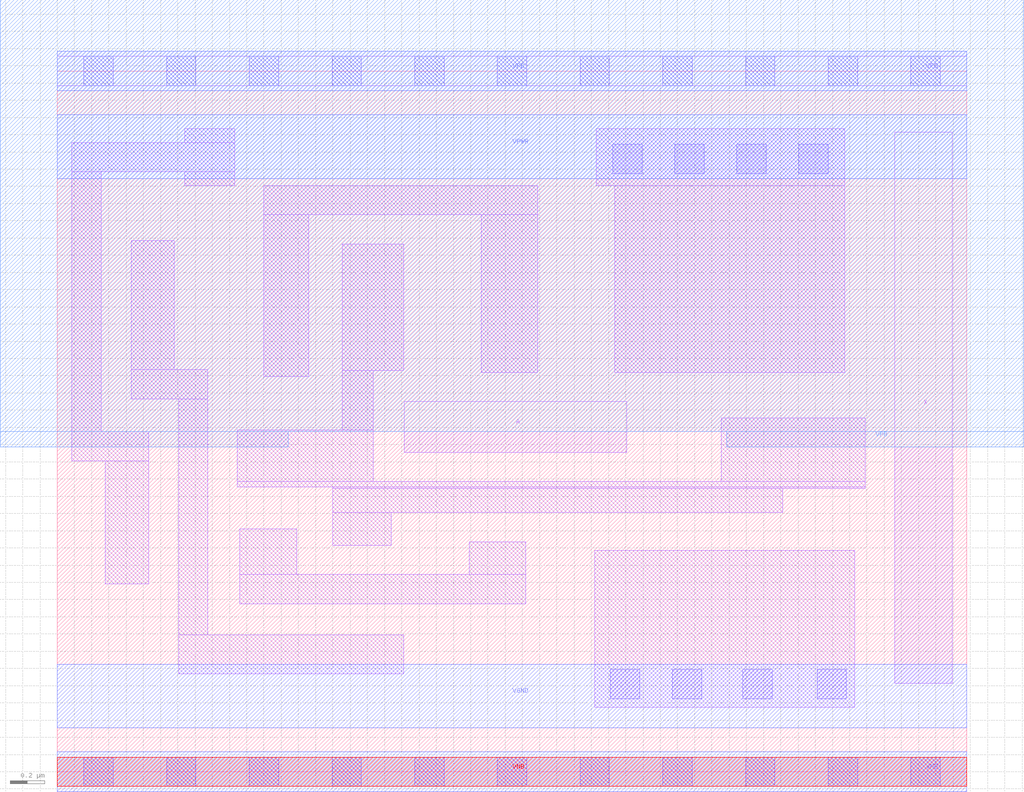
<source format=lef>
# Copyright 2020 The SkyWater PDK Authors
#
# Licensed under the Apache License, Version 2.0 (the "License");
# you may not use this file except in compliance with the License.
# You may obtain a copy of the License at
#
#     https://www.apache.org/licenses/LICENSE-2.0
#
# Unless required by applicable law or agreed to in writing, software
# distributed under the License is distributed on an "AS IS" BASIS,
# WITHOUT WARRANTIES OR CONDITIONS OF ANY KIND, either express or implied.
# See the License for the specific language governing permissions and
# limitations under the License.
#
# SPDX-License-Identifier: Apache-2.0

VERSION 5.7 ;
  NOWIREEXTENSIONATPIN ON ;
  DIVIDERCHAR "/" ;
  BUSBITCHARS "[]" ;
MACRO sky130_fd_sc_hvl__schmittbuf_1
  CLASS CORE ;
  FOREIGN sky130_fd_sc_hvl__schmittbuf_1 ;
  ORIGIN  0.000000  0.000000 ;
  SIZE  5.280000 BY  4.070000 ;
  SYMMETRY X Y ;
  SITE unithv ;
  PIN A
    ANTENNAGATEAREA  1.170000 ;
    DIRECTION INPUT ;
    USE SIGNAL ;
    PORT
      LAYER li1 ;
        RECT 2.015000 1.855000 3.305000 2.150000 ;
    END
  END A
  PIN X
    ANTENNADIFFAREA  0.596250 ;
    DIRECTION OUTPUT ;
    USE SIGNAL ;
    PORT
      LAYER li1 ;
        RECT 4.860000 0.515000 5.195000 3.715000 ;
    END
  END X
  PIN VGND
    DIRECTION INOUT ;
    USE GROUND ;
    PORT
      LAYER met1 ;
        RECT 0.000000 0.255000 5.280000 0.625000 ;
    END
  END VGND
  PIN VNB
    DIRECTION INOUT ;
    USE GROUND ;
    PORT
      LAYER li1 ;
        RECT 0.000000 -0.085000 5.280000 0.085000 ;
      LAYER mcon ;
        RECT 0.155000 -0.085000 0.325000 0.085000 ;
        RECT 0.635000 -0.085000 0.805000 0.085000 ;
        RECT 1.115000 -0.085000 1.285000 0.085000 ;
        RECT 1.595000 -0.085000 1.765000 0.085000 ;
        RECT 2.075000 -0.085000 2.245000 0.085000 ;
        RECT 2.555000 -0.085000 2.725000 0.085000 ;
        RECT 3.035000 -0.085000 3.205000 0.085000 ;
        RECT 3.515000 -0.085000 3.685000 0.085000 ;
        RECT 3.995000 -0.085000 4.165000 0.085000 ;
        RECT 4.475000 -0.085000 4.645000 0.085000 ;
        RECT 4.955000 -0.085000 5.125000 0.085000 ;
    END
    PORT
      LAYER met1 ;
        RECT 0.000000 -0.115000 5.280000 0.115000 ;
      LAYER pwell ;
        RECT 0.000000 -0.085000 5.280000 0.085000 ;
    END
  END VNB
  PIN VPB
    DIRECTION INOUT ;
    USE POWER ;
    PORT
      LAYER li1 ;
        RECT 0.000000 3.985000 5.280000 4.155000 ;
      LAYER mcon ;
        RECT 0.155000 3.985000 0.325000 4.155000 ;
        RECT 0.635000 3.985000 0.805000 4.155000 ;
        RECT 1.115000 3.985000 1.285000 4.155000 ;
        RECT 1.595000 3.985000 1.765000 4.155000 ;
        RECT 2.075000 3.985000 2.245000 4.155000 ;
        RECT 2.555000 3.985000 2.725000 4.155000 ;
        RECT 3.035000 3.985000 3.205000 4.155000 ;
        RECT 3.515000 3.985000 3.685000 4.155000 ;
        RECT 3.995000 3.985000 4.165000 4.155000 ;
        RECT 4.475000 3.985000 4.645000 4.155000 ;
        RECT 4.955000 3.985000 5.125000 4.155000 ;
    END
    PORT
      LAYER met1 ;
        RECT 0.000000 3.955000 5.280000 4.185000 ;
      LAYER nwell ;
        RECT -0.330000 1.885000 1.340000 1.975000 ;
        RECT -0.330000 1.975000 5.610000 4.485000 ;
        RECT  3.885000 1.885000 5.610000 1.975000 ;
    END
  END VPB
  PIN VPWR
    DIRECTION INOUT ;
    USE POWER ;
    PORT
      LAYER met1 ;
        RECT 0.000000 3.445000 5.280000 3.815000 ;
    END
  END VPWR
  OBS
    LAYER li1 ;
      RECT 0.085000 1.805000 0.530000 1.975000 ;
      RECT 0.085000 1.975000 0.255000 3.485000 ;
      RECT 0.085000 3.485000 1.030000 3.655000 ;
      RECT 0.280000 1.090000 0.530000 1.805000 ;
      RECT 0.430000 2.165000 0.875000 2.335000 ;
      RECT 0.430000 2.335000 0.680000 3.085000 ;
      RECT 0.705000 0.570000 2.010000 0.795000 ;
      RECT 0.705000 0.795000 0.875000 2.165000 ;
      RECT 0.740000 3.405000 1.030000 3.485000 ;
      RECT 0.740000 3.655000 1.030000 3.735000 ;
      RECT 1.045000 1.655000 4.690000 1.685000 ;
      RECT 1.045000 1.685000 1.835000 1.985000 ;
      RECT 1.060000 0.975000 2.720000 1.145000 ;
      RECT 1.060000 1.145000 1.390000 1.410000 ;
      RECT 1.200000 2.295000 1.460000 3.235000 ;
      RECT 1.200000 3.235000 2.790000 3.405000 ;
      RECT 1.600000 1.315000 1.940000 1.505000 ;
      RECT 1.600000 1.505000 4.210000 1.645000 ;
      RECT 1.600000 1.645000 4.690000 1.655000 ;
      RECT 1.655000 1.985000 1.835000 2.330000 ;
      RECT 1.655000 2.330000 2.010000 3.065000 ;
      RECT 2.390000 1.145000 2.720000 1.335000 ;
      RECT 2.460000 2.320000 2.790000 3.235000 ;
      RECT 3.120000 0.375000 4.630000 1.285000 ;
      RECT 3.130000 3.405000 4.570000 3.735000 ;
      RECT 3.235000 2.320000 4.570000 3.405000 ;
      RECT 3.855000 1.685000 4.690000 2.055000 ;
    LAYER mcon ;
      RECT 3.210000 0.425000 3.380000 0.595000 ;
      RECT 3.225000 3.475000 3.395000 3.645000 ;
      RECT 3.570000 0.425000 3.740000 0.595000 ;
      RECT 3.585000 3.475000 3.755000 3.645000 ;
      RECT 3.945000 3.475000 4.115000 3.645000 ;
      RECT 3.980000 0.425000 4.150000 0.595000 ;
      RECT 4.305000 3.475000 4.475000 3.645000 ;
      RECT 4.410000 0.425000 4.580000 0.595000 ;
  END
END sky130_fd_sc_hvl__schmittbuf_1
END LIBRARY

</source>
